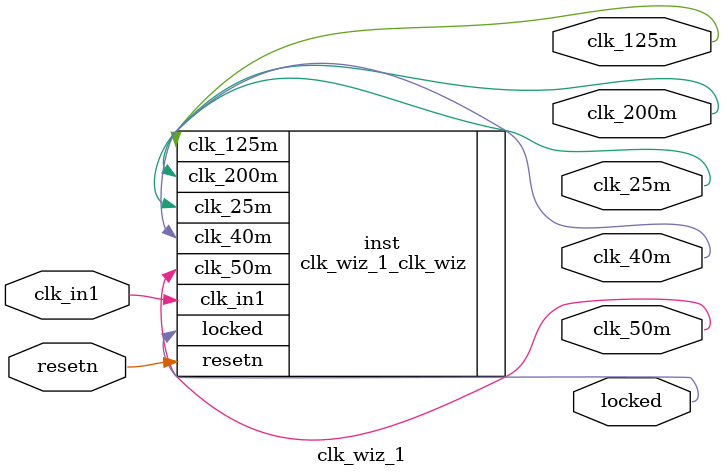
<source format=v>


`timescale 1ps/1ps

(* CORE_GENERATION_INFO = "clk_wiz_1,clk_wiz_v6_0_4_0_0,{component_name=clk_wiz_1,use_phase_alignment=true,use_min_o_jitter=false,use_max_i_jitter=false,use_dyn_phase_shift=false,use_inclk_switchover=false,use_dyn_reconfig=false,enable_axi=0,feedback_source=FDBK_AUTO,PRIMITIVE=PLL,num_out_clk=5,clkin1_period=20.000,clkin2_period=10.0,use_power_down=false,use_reset=true,use_locked=true,use_inclk_stopped=false,feedback_type=SINGLE,CLOCK_MGR_TYPE=NA,manual_override=false}" *)

module clk_wiz_1 
 (
  // Clock out ports
  output        clk_50m,
  output        clk_125m,
  output        clk_25m,
  output        clk_40m,
  output        clk_200m,
  // Status and control signals
  input         resetn,
  output        locked,
 // Clock in ports
  input         clk_in1
 );

  clk_wiz_1_clk_wiz inst
  (
  // Clock out ports  
  .clk_50m(clk_50m),
  .clk_125m(clk_125m),
  .clk_25m(clk_25m),
  .clk_40m(clk_40m),
  .clk_200m(clk_200m),
  // Status and control signals               
  .resetn(resetn), 
  .locked(locked),
 // Clock in ports
  .clk_in1(clk_in1)
  );

endmodule

</source>
